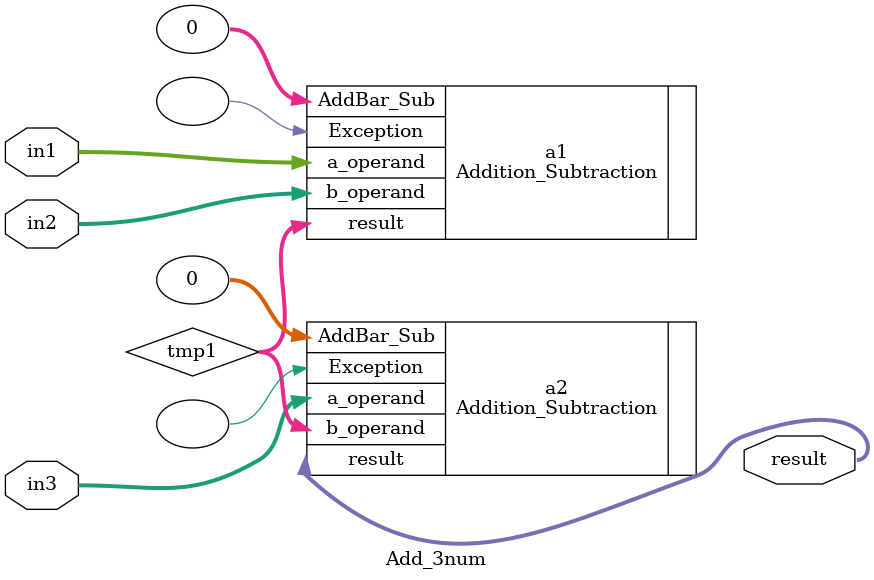
<source format=v>
 module Add_3num(
	input [31:0] in1,in2,in3,
	output [31:0] result
);
	wire [31:0] tmp1,tmp2;
	Addition_Subtraction a1(.a_operand(in1),.b_operand(in2),.AddBar_Sub(0),.Exception(),.result(tmp1));
	Addition_Subtraction a2(.a_operand(in3),.b_operand(tmp1),.AddBar_Sub(0),.Exception(),.result(result));
 
endmodule 
</source>
